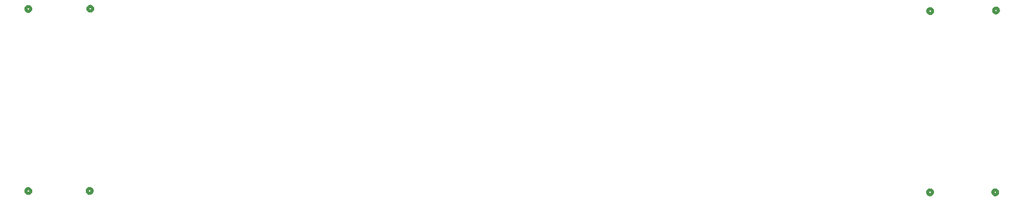
<source format=gbr>
G04 EAGLE Gerber RS-274X export*
G75*
%MOMM*%
%FSLAX34Y34*%
%LPD*%
%INSilkscreen Bottom*%
%IPPOS*%
%AMOC8*
5,1,8,0,0,1.08239X$1,22.5*%
G01*
%ADD10C,0.508000*%


D10*
X1584198Y1023874D02*
X1584076Y1023872D01*
X1583954Y1023866D01*
X1583832Y1023856D01*
X1583711Y1023843D01*
X1583590Y1023825D01*
X1583470Y1023804D01*
X1583350Y1023778D01*
X1583232Y1023749D01*
X1583114Y1023717D01*
X1582997Y1023680D01*
X1582882Y1023640D01*
X1582768Y1023596D01*
X1582656Y1023548D01*
X1582545Y1023497D01*
X1582436Y1023442D01*
X1582328Y1023384D01*
X1582223Y1023322D01*
X1582120Y1023257D01*
X1582018Y1023189D01*
X1581919Y1023117D01*
X1581823Y1023043D01*
X1581728Y1022965D01*
X1581637Y1022884D01*
X1581547Y1022801D01*
X1581461Y1022715D01*
X1581378Y1022625D01*
X1581297Y1022534D01*
X1581219Y1022439D01*
X1581145Y1022343D01*
X1581073Y1022244D01*
X1581005Y1022142D01*
X1580940Y1022039D01*
X1580878Y1021934D01*
X1580820Y1021826D01*
X1580765Y1021717D01*
X1580714Y1021606D01*
X1580666Y1021494D01*
X1580622Y1021380D01*
X1580582Y1021265D01*
X1580545Y1021148D01*
X1580513Y1021030D01*
X1580484Y1020912D01*
X1580458Y1020792D01*
X1580437Y1020672D01*
X1580419Y1020551D01*
X1580406Y1020430D01*
X1580396Y1020308D01*
X1580390Y1020186D01*
X1580388Y1020064D01*
X1580390Y1019942D01*
X1580396Y1019820D01*
X1580406Y1019698D01*
X1580419Y1019577D01*
X1580437Y1019456D01*
X1580458Y1019336D01*
X1580484Y1019216D01*
X1580513Y1019098D01*
X1580545Y1018980D01*
X1580582Y1018863D01*
X1580622Y1018748D01*
X1580666Y1018634D01*
X1580714Y1018522D01*
X1580765Y1018411D01*
X1580820Y1018302D01*
X1580878Y1018194D01*
X1580940Y1018089D01*
X1581005Y1017986D01*
X1581073Y1017884D01*
X1581145Y1017785D01*
X1581219Y1017689D01*
X1581297Y1017594D01*
X1581378Y1017503D01*
X1581461Y1017413D01*
X1581547Y1017327D01*
X1581637Y1017244D01*
X1581728Y1017163D01*
X1581823Y1017085D01*
X1581919Y1017011D01*
X1582018Y1016939D01*
X1582120Y1016871D01*
X1582223Y1016806D01*
X1582328Y1016744D01*
X1582436Y1016686D01*
X1582545Y1016631D01*
X1582656Y1016580D01*
X1582768Y1016532D01*
X1582882Y1016488D01*
X1582997Y1016448D01*
X1583114Y1016411D01*
X1583232Y1016379D01*
X1583350Y1016350D01*
X1583470Y1016324D01*
X1583590Y1016303D01*
X1583711Y1016285D01*
X1583832Y1016272D01*
X1583954Y1016262D01*
X1584076Y1016256D01*
X1584198Y1016254D01*
X1584320Y1016256D01*
X1584442Y1016262D01*
X1584564Y1016272D01*
X1584685Y1016285D01*
X1584806Y1016303D01*
X1584926Y1016324D01*
X1585046Y1016350D01*
X1585164Y1016379D01*
X1585282Y1016411D01*
X1585399Y1016448D01*
X1585514Y1016488D01*
X1585628Y1016532D01*
X1585740Y1016580D01*
X1585851Y1016631D01*
X1585960Y1016686D01*
X1586068Y1016744D01*
X1586173Y1016806D01*
X1586276Y1016871D01*
X1586378Y1016939D01*
X1586477Y1017011D01*
X1586573Y1017085D01*
X1586668Y1017163D01*
X1586759Y1017244D01*
X1586849Y1017327D01*
X1586935Y1017413D01*
X1587018Y1017503D01*
X1587099Y1017594D01*
X1587177Y1017689D01*
X1587251Y1017785D01*
X1587323Y1017884D01*
X1587391Y1017986D01*
X1587456Y1018089D01*
X1587518Y1018194D01*
X1587576Y1018302D01*
X1587631Y1018411D01*
X1587682Y1018522D01*
X1587730Y1018634D01*
X1587774Y1018748D01*
X1587814Y1018863D01*
X1587851Y1018980D01*
X1587883Y1019098D01*
X1587912Y1019216D01*
X1587938Y1019336D01*
X1587959Y1019456D01*
X1587977Y1019577D01*
X1587990Y1019698D01*
X1588000Y1019820D01*
X1588006Y1019942D01*
X1588008Y1020064D01*
X1588006Y1020186D01*
X1588000Y1020308D01*
X1587990Y1020430D01*
X1587977Y1020551D01*
X1587959Y1020672D01*
X1587938Y1020792D01*
X1587912Y1020912D01*
X1587883Y1021030D01*
X1587851Y1021148D01*
X1587814Y1021265D01*
X1587774Y1021380D01*
X1587730Y1021494D01*
X1587682Y1021606D01*
X1587631Y1021717D01*
X1587576Y1021826D01*
X1587518Y1021934D01*
X1587456Y1022039D01*
X1587391Y1022142D01*
X1587323Y1022244D01*
X1587251Y1022343D01*
X1587177Y1022439D01*
X1587099Y1022534D01*
X1587018Y1022625D01*
X1586935Y1022715D01*
X1586849Y1022801D01*
X1586759Y1022884D01*
X1586668Y1022965D01*
X1586573Y1023043D01*
X1586477Y1023117D01*
X1586378Y1023189D01*
X1586276Y1023257D01*
X1586173Y1023322D01*
X1586068Y1023384D01*
X1585960Y1023442D01*
X1585851Y1023497D01*
X1585740Y1023548D01*
X1585628Y1023596D01*
X1585514Y1023640D01*
X1585399Y1023680D01*
X1585282Y1023717D01*
X1585164Y1023749D01*
X1585046Y1023778D01*
X1584926Y1023804D01*
X1584806Y1023825D01*
X1584685Y1023843D01*
X1584564Y1023856D01*
X1584442Y1023866D01*
X1584320Y1023872D01*
X1584198Y1023874D01*
X1583944Y727710D02*
X1583822Y727708D01*
X1583700Y727702D01*
X1583578Y727692D01*
X1583457Y727679D01*
X1583336Y727661D01*
X1583216Y727640D01*
X1583096Y727614D01*
X1582978Y727585D01*
X1582860Y727553D01*
X1582743Y727516D01*
X1582628Y727476D01*
X1582514Y727432D01*
X1582402Y727384D01*
X1582291Y727333D01*
X1582182Y727278D01*
X1582074Y727220D01*
X1581969Y727158D01*
X1581866Y727093D01*
X1581764Y727025D01*
X1581665Y726953D01*
X1581569Y726879D01*
X1581474Y726801D01*
X1581383Y726720D01*
X1581293Y726637D01*
X1581207Y726551D01*
X1581124Y726461D01*
X1581043Y726370D01*
X1580965Y726275D01*
X1580891Y726179D01*
X1580819Y726080D01*
X1580751Y725978D01*
X1580686Y725875D01*
X1580624Y725770D01*
X1580566Y725662D01*
X1580511Y725553D01*
X1580460Y725442D01*
X1580412Y725330D01*
X1580368Y725216D01*
X1580328Y725101D01*
X1580291Y724984D01*
X1580259Y724866D01*
X1580230Y724748D01*
X1580204Y724628D01*
X1580183Y724508D01*
X1580165Y724387D01*
X1580152Y724266D01*
X1580142Y724144D01*
X1580136Y724022D01*
X1580134Y723900D01*
X1580136Y723778D01*
X1580142Y723656D01*
X1580152Y723534D01*
X1580165Y723413D01*
X1580183Y723292D01*
X1580204Y723172D01*
X1580230Y723052D01*
X1580259Y722934D01*
X1580291Y722816D01*
X1580328Y722699D01*
X1580368Y722584D01*
X1580412Y722470D01*
X1580460Y722358D01*
X1580511Y722247D01*
X1580566Y722138D01*
X1580624Y722030D01*
X1580686Y721925D01*
X1580751Y721822D01*
X1580819Y721720D01*
X1580891Y721621D01*
X1580965Y721525D01*
X1581043Y721430D01*
X1581124Y721339D01*
X1581207Y721249D01*
X1581293Y721163D01*
X1581383Y721080D01*
X1581474Y720999D01*
X1581569Y720921D01*
X1581665Y720847D01*
X1581764Y720775D01*
X1581866Y720707D01*
X1581969Y720642D01*
X1582074Y720580D01*
X1582182Y720522D01*
X1582291Y720467D01*
X1582402Y720416D01*
X1582514Y720368D01*
X1582628Y720324D01*
X1582743Y720284D01*
X1582860Y720247D01*
X1582978Y720215D01*
X1583096Y720186D01*
X1583216Y720160D01*
X1583336Y720139D01*
X1583457Y720121D01*
X1583578Y720108D01*
X1583700Y720098D01*
X1583822Y720092D01*
X1583944Y720090D01*
X1584066Y720092D01*
X1584188Y720098D01*
X1584310Y720108D01*
X1584431Y720121D01*
X1584552Y720139D01*
X1584672Y720160D01*
X1584792Y720186D01*
X1584910Y720215D01*
X1585028Y720247D01*
X1585145Y720284D01*
X1585260Y720324D01*
X1585374Y720368D01*
X1585486Y720416D01*
X1585597Y720467D01*
X1585706Y720522D01*
X1585814Y720580D01*
X1585919Y720642D01*
X1586022Y720707D01*
X1586124Y720775D01*
X1586223Y720847D01*
X1586319Y720921D01*
X1586414Y720999D01*
X1586505Y721080D01*
X1586595Y721163D01*
X1586681Y721249D01*
X1586764Y721339D01*
X1586845Y721430D01*
X1586923Y721525D01*
X1586997Y721621D01*
X1587069Y721720D01*
X1587137Y721822D01*
X1587202Y721925D01*
X1587264Y722030D01*
X1587322Y722138D01*
X1587377Y722247D01*
X1587428Y722358D01*
X1587476Y722470D01*
X1587520Y722584D01*
X1587560Y722699D01*
X1587597Y722816D01*
X1587629Y722934D01*
X1587658Y723052D01*
X1587684Y723172D01*
X1587705Y723292D01*
X1587723Y723413D01*
X1587736Y723534D01*
X1587746Y723656D01*
X1587752Y723778D01*
X1587754Y723900D01*
X1587752Y724022D01*
X1587746Y724144D01*
X1587736Y724266D01*
X1587723Y724387D01*
X1587705Y724508D01*
X1587684Y724628D01*
X1587658Y724748D01*
X1587629Y724866D01*
X1587597Y724984D01*
X1587560Y725101D01*
X1587520Y725216D01*
X1587476Y725330D01*
X1587428Y725442D01*
X1587377Y725553D01*
X1587322Y725662D01*
X1587264Y725770D01*
X1587202Y725875D01*
X1587137Y725978D01*
X1587069Y726080D01*
X1586997Y726179D01*
X1586923Y726275D01*
X1586845Y726370D01*
X1586764Y726461D01*
X1586681Y726551D01*
X1586595Y726637D01*
X1586505Y726720D01*
X1586414Y726801D01*
X1586319Y726879D01*
X1586223Y726953D01*
X1586124Y727025D01*
X1586022Y727093D01*
X1585919Y727158D01*
X1585814Y727220D01*
X1585706Y727278D01*
X1585597Y727333D01*
X1585486Y727384D01*
X1585374Y727432D01*
X1585260Y727476D01*
X1585145Y727516D01*
X1585028Y727553D01*
X1584910Y727585D01*
X1584792Y727614D01*
X1584672Y727640D01*
X1584552Y727661D01*
X1584431Y727679D01*
X1584310Y727692D01*
X1584188Y727702D01*
X1584066Y727708D01*
X1583944Y727710D01*
X1690116Y727710D02*
X1689994Y727708D01*
X1689872Y727702D01*
X1689750Y727692D01*
X1689629Y727679D01*
X1689508Y727661D01*
X1689388Y727640D01*
X1689268Y727614D01*
X1689150Y727585D01*
X1689032Y727553D01*
X1688915Y727516D01*
X1688800Y727476D01*
X1688686Y727432D01*
X1688574Y727384D01*
X1688463Y727333D01*
X1688354Y727278D01*
X1688246Y727220D01*
X1688141Y727158D01*
X1688038Y727093D01*
X1687936Y727025D01*
X1687837Y726953D01*
X1687741Y726879D01*
X1687646Y726801D01*
X1687555Y726720D01*
X1687465Y726637D01*
X1687379Y726551D01*
X1687296Y726461D01*
X1687215Y726370D01*
X1687137Y726275D01*
X1687063Y726179D01*
X1686991Y726080D01*
X1686923Y725978D01*
X1686858Y725875D01*
X1686796Y725770D01*
X1686738Y725662D01*
X1686683Y725553D01*
X1686632Y725442D01*
X1686584Y725330D01*
X1686540Y725216D01*
X1686500Y725101D01*
X1686463Y724984D01*
X1686431Y724866D01*
X1686402Y724748D01*
X1686376Y724628D01*
X1686355Y724508D01*
X1686337Y724387D01*
X1686324Y724266D01*
X1686314Y724144D01*
X1686308Y724022D01*
X1686306Y723900D01*
X1686308Y723778D01*
X1686314Y723656D01*
X1686324Y723534D01*
X1686337Y723413D01*
X1686355Y723292D01*
X1686376Y723172D01*
X1686402Y723052D01*
X1686431Y722934D01*
X1686463Y722816D01*
X1686500Y722699D01*
X1686540Y722584D01*
X1686584Y722470D01*
X1686632Y722358D01*
X1686683Y722247D01*
X1686738Y722138D01*
X1686796Y722030D01*
X1686858Y721925D01*
X1686923Y721822D01*
X1686991Y721720D01*
X1687063Y721621D01*
X1687137Y721525D01*
X1687215Y721430D01*
X1687296Y721339D01*
X1687379Y721249D01*
X1687465Y721163D01*
X1687555Y721080D01*
X1687646Y720999D01*
X1687741Y720921D01*
X1687837Y720847D01*
X1687936Y720775D01*
X1688038Y720707D01*
X1688141Y720642D01*
X1688246Y720580D01*
X1688354Y720522D01*
X1688463Y720467D01*
X1688574Y720416D01*
X1688686Y720368D01*
X1688800Y720324D01*
X1688915Y720284D01*
X1689032Y720247D01*
X1689150Y720215D01*
X1689268Y720186D01*
X1689388Y720160D01*
X1689508Y720139D01*
X1689629Y720121D01*
X1689750Y720108D01*
X1689872Y720098D01*
X1689994Y720092D01*
X1690116Y720090D01*
X1690238Y720092D01*
X1690360Y720098D01*
X1690482Y720108D01*
X1690603Y720121D01*
X1690724Y720139D01*
X1690844Y720160D01*
X1690964Y720186D01*
X1691082Y720215D01*
X1691200Y720247D01*
X1691317Y720284D01*
X1691432Y720324D01*
X1691546Y720368D01*
X1691658Y720416D01*
X1691769Y720467D01*
X1691878Y720522D01*
X1691986Y720580D01*
X1692091Y720642D01*
X1692194Y720707D01*
X1692296Y720775D01*
X1692395Y720847D01*
X1692491Y720921D01*
X1692586Y720999D01*
X1692677Y721080D01*
X1692767Y721163D01*
X1692853Y721249D01*
X1692936Y721339D01*
X1693017Y721430D01*
X1693095Y721525D01*
X1693169Y721621D01*
X1693241Y721720D01*
X1693309Y721822D01*
X1693374Y721925D01*
X1693436Y722030D01*
X1693494Y722138D01*
X1693549Y722247D01*
X1693600Y722358D01*
X1693648Y722470D01*
X1693692Y722584D01*
X1693732Y722699D01*
X1693769Y722816D01*
X1693801Y722934D01*
X1693830Y723052D01*
X1693856Y723172D01*
X1693877Y723292D01*
X1693895Y723413D01*
X1693908Y723534D01*
X1693918Y723656D01*
X1693924Y723778D01*
X1693926Y723900D01*
X1693924Y724022D01*
X1693918Y724144D01*
X1693908Y724266D01*
X1693895Y724387D01*
X1693877Y724508D01*
X1693856Y724628D01*
X1693830Y724748D01*
X1693801Y724866D01*
X1693769Y724984D01*
X1693732Y725101D01*
X1693692Y725216D01*
X1693648Y725330D01*
X1693600Y725442D01*
X1693549Y725553D01*
X1693494Y725662D01*
X1693436Y725770D01*
X1693374Y725875D01*
X1693309Y725978D01*
X1693241Y726080D01*
X1693169Y726179D01*
X1693095Y726275D01*
X1693017Y726370D01*
X1692936Y726461D01*
X1692853Y726551D01*
X1692767Y726637D01*
X1692677Y726720D01*
X1692586Y726801D01*
X1692491Y726879D01*
X1692395Y726953D01*
X1692296Y727025D01*
X1692194Y727093D01*
X1692091Y727158D01*
X1691986Y727220D01*
X1691878Y727278D01*
X1691769Y727333D01*
X1691658Y727384D01*
X1691546Y727432D01*
X1691432Y727476D01*
X1691317Y727516D01*
X1691200Y727553D01*
X1691082Y727585D01*
X1690964Y727614D01*
X1690844Y727640D01*
X1690724Y727661D01*
X1690603Y727679D01*
X1690482Y727692D01*
X1690360Y727702D01*
X1690238Y727708D01*
X1690116Y727710D01*
X1691132Y1017270D02*
X1691010Y1017272D01*
X1690888Y1017278D01*
X1690766Y1017288D01*
X1690645Y1017301D01*
X1690524Y1017319D01*
X1690404Y1017340D01*
X1690284Y1017366D01*
X1690166Y1017395D01*
X1690048Y1017427D01*
X1689931Y1017464D01*
X1689816Y1017504D01*
X1689702Y1017548D01*
X1689590Y1017596D01*
X1689479Y1017647D01*
X1689370Y1017702D01*
X1689262Y1017760D01*
X1689157Y1017822D01*
X1689054Y1017887D01*
X1688952Y1017955D01*
X1688853Y1018027D01*
X1688757Y1018101D01*
X1688662Y1018179D01*
X1688571Y1018260D01*
X1688481Y1018343D01*
X1688395Y1018429D01*
X1688312Y1018519D01*
X1688231Y1018610D01*
X1688153Y1018705D01*
X1688079Y1018801D01*
X1688007Y1018900D01*
X1687939Y1019002D01*
X1687874Y1019105D01*
X1687812Y1019210D01*
X1687754Y1019318D01*
X1687699Y1019427D01*
X1687648Y1019538D01*
X1687600Y1019650D01*
X1687556Y1019764D01*
X1687516Y1019879D01*
X1687479Y1019996D01*
X1687447Y1020114D01*
X1687418Y1020232D01*
X1687392Y1020352D01*
X1687371Y1020472D01*
X1687353Y1020593D01*
X1687340Y1020714D01*
X1687330Y1020836D01*
X1687324Y1020958D01*
X1687322Y1021080D01*
X1687324Y1021202D01*
X1687330Y1021324D01*
X1687340Y1021446D01*
X1687353Y1021567D01*
X1687371Y1021688D01*
X1687392Y1021808D01*
X1687418Y1021928D01*
X1687447Y1022046D01*
X1687479Y1022164D01*
X1687516Y1022281D01*
X1687556Y1022396D01*
X1687600Y1022510D01*
X1687648Y1022622D01*
X1687699Y1022733D01*
X1687754Y1022842D01*
X1687812Y1022950D01*
X1687874Y1023055D01*
X1687939Y1023158D01*
X1688007Y1023260D01*
X1688079Y1023359D01*
X1688153Y1023455D01*
X1688231Y1023550D01*
X1688312Y1023641D01*
X1688395Y1023731D01*
X1688481Y1023817D01*
X1688571Y1023900D01*
X1688662Y1023981D01*
X1688757Y1024059D01*
X1688853Y1024133D01*
X1688952Y1024205D01*
X1689054Y1024273D01*
X1689157Y1024338D01*
X1689262Y1024400D01*
X1689370Y1024458D01*
X1689479Y1024513D01*
X1689590Y1024564D01*
X1689702Y1024612D01*
X1689816Y1024656D01*
X1689931Y1024696D01*
X1690048Y1024733D01*
X1690166Y1024765D01*
X1690284Y1024794D01*
X1690404Y1024820D01*
X1690524Y1024841D01*
X1690645Y1024859D01*
X1690766Y1024872D01*
X1690888Y1024882D01*
X1691010Y1024888D01*
X1691132Y1024890D01*
X1691254Y1024888D01*
X1691376Y1024882D01*
X1691498Y1024872D01*
X1691619Y1024859D01*
X1691740Y1024841D01*
X1691860Y1024820D01*
X1691980Y1024794D01*
X1692098Y1024765D01*
X1692216Y1024733D01*
X1692333Y1024696D01*
X1692448Y1024656D01*
X1692562Y1024612D01*
X1692674Y1024564D01*
X1692785Y1024513D01*
X1692894Y1024458D01*
X1693002Y1024400D01*
X1693107Y1024338D01*
X1693210Y1024273D01*
X1693312Y1024205D01*
X1693411Y1024133D01*
X1693507Y1024059D01*
X1693602Y1023981D01*
X1693693Y1023900D01*
X1693783Y1023817D01*
X1693869Y1023731D01*
X1693952Y1023641D01*
X1694033Y1023550D01*
X1694111Y1023455D01*
X1694185Y1023359D01*
X1694257Y1023260D01*
X1694325Y1023158D01*
X1694390Y1023055D01*
X1694452Y1022950D01*
X1694510Y1022842D01*
X1694565Y1022733D01*
X1694616Y1022622D01*
X1694664Y1022510D01*
X1694708Y1022396D01*
X1694748Y1022281D01*
X1694785Y1022164D01*
X1694817Y1022046D01*
X1694846Y1021928D01*
X1694872Y1021808D01*
X1694893Y1021688D01*
X1694911Y1021567D01*
X1694924Y1021446D01*
X1694934Y1021324D01*
X1694940Y1021202D01*
X1694942Y1021080D01*
X1694940Y1020958D01*
X1694934Y1020836D01*
X1694924Y1020714D01*
X1694911Y1020593D01*
X1694893Y1020472D01*
X1694872Y1020352D01*
X1694846Y1020232D01*
X1694817Y1020114D01*
X1694785Y1019996D01*
X1694748Y1019879D01*
X1694708Y1019764D01*
X1694664Y1019650D01*
X1694616Y1019538D01*
X1694565Y1019427D01*
X1694510Y1019318D01*
X1694452Y1019210D01*
X1694390Y1019105D01*
X1694325Y1019002D01*
X1694257Y1018900D01*
X1694185Y1018801D01*
X1694111Y1018705D01*
X1694033Y1018610D01*
X1693952Y1018519D01*
X1693869Y1018429D01*
X1693783Y1018343D01*
X1693693Y1018260D01*
X1693602Y1018179D01*
X1693507Y1018101D01*
X1693411Y1018027D01*
X1693312Y1017955D01*
X1693210Y1017887D01*
X1693107Y1017822D01*
X1693002Y1017760D01*
X1692894Y1017702D01*
X1692785Y1017647D01*
X1692674Y1017596D01*
X1692562Y1017548D01*
X1692448Y1017504D01*
X1692333Y1017464D01*
X1692216Y1017427D01*
X1692098Y1017395D01*
X1691980Y1017366D01*
X1691860Y1017340D01*
X1691740Y1017319D01*
X1691619Y1017301D01*
X1691498Y1017288D01*
X1691376Y1017278D01*
X1691254Y1017272D01*
X1691132Y1017270D01*
X216408Y729996D02*
X216286Y729994D01*
X216164Y729988D01*
X216042Y729978D01*
X215921Y729965D01*
X215800Y729947D01*
X215680Y729926D01*
X215560Y729900D01*
X215442Y729871D01*
X215324Y729839D01*
X215207Y729802D01*
X215092Y729762D01*
X214978Y729718D01*
X214866Y729670D01*
X214755Y729619D01*
X214646Y729564D01*
X214538Y729506D01*
X214433Y729444D01*
X214330Y729379D01*
X214228Y729311D01*
X214129Y729239D01*
X214033Y729165D01*
X213938Y729087D01*
X213847Y729006D01*
X213757Y728923D01*
X213671Y728837D01*
X213588Y728747D01*
X213507Y728656D01*
X213429Y728561D01*
X213355Y728465D01*
X213283Y728366D01*
X213215Y728264D01*
X213150Y728161D01*
X213088Y728056D01*
X213030Y727948D01*
X212975Y727839D01*
X212924Y727728D01*
X212876Y727616D01*
X212832Y727502D01*
X212792Y727387D01*
X212755Y727270D01*
X212723Y727152D01*
X212694Y727034D01*
X212668Y726914D01*
X212647Y726794D01*
X212629Y726673D01*
X212616Y726552D01*
X212606Y726430D01*
X212600Y726308D01*
X212598Y726186D01*
X212600Y726064D01*
X212606Y725942D01*
X212616Y725820D01*
X212629Y725699D01*
X212647Y725578D01*
X212668Y725458D01*
X212694Y725338D01*
X212723Y725220D01*
X212755Y725102D01*
X212792Y724985D01*
X212832Y724870D01*
X212876Y724756D01*
X212924Y724644D01*
X212975Y724533D01*
X213030Y724424D01*
X213088Y724316D01*
X213150Y724211D01*
X213215Y724108D01*
X213283Y724006D01*
X213355Y723907D01*
X213429Y723811D01*
X213507Y723716D01*
X213588Y723625D01*
X213671Y723535D01*
X213757Y723449D01*
X213847Y723366D01*
X213938Y723285D01*
X214033Y723207D01*
X214129Y723133D01*
X214228Y723061D01*
X214330Y722993D01*
X214433Y722928D01*
X214538Y722866D01*
X214646Y722808D01*
X214755Y722753D01*
X214866Y722702D01*
X214978Y722654D01*
X215092Y722610D01*
X215207Y722570D01*
X215324Y722533D01*
X215442Y722501D01*
X215560Y722472D01*
X215680Y722446D01*
X215800Y722425D01*
X215921Y722407D01*
X216042Y722394D01*
X216164Y722384D01*
X216286Y722378D01*
X216408Y722376D01*
X216530Y722378D01*
X216652Y722384D01*
X216774Y722394D01*
X216895Y722407D01*
X217016Y722425D01*
X217136Y722446D01*
X217256Y722472D01*
X217374Y722501D01*
X217492Y722533D01*
X217609Y722570D01*
X217724Y722610D01*
X217838Y722654D01*
X217950Y722702D01*
X218061Y722753D01*
X218170Y722808D01*
X218278Y722866D01*
X218383Y722928D01*
X218486Y722993D01*
X218588Y723061D01*
X218687Y723133D01*
X218783Y723207D01*
X218878Y723285D01*
X218969Y723366D01*
X219059Y723449D01*
X219145Y723535D01*
X219228Y723625D01*
X219309Y723716D01*
X219387Y723811D01*
X219461Y723907D01*
X219533Y724006D01*
X219601Y724108D01*
X219666Y724211D01*
X219728Y724316D01*
X219786Y724424D01*
X219841Y724533D01*
X219892Y724644D01*
X219940Y724756D01*
X219984Y724870D01*
X220024Y724985D01*
X220061Y725102D01*
X220093Y725220D01*
X220122Y725338D01*
X220148Y725458D01*
X220169Y725578D01*
X220187Y725699D01*
X220200Y725820D01*
X220210Y725942D01*
X220216Y726064D01*
X220218Y726186D01*
X220216Y726308D01*
X220210Y726430D01*
X220200Y726552D01*
X220187Y726673D01*
X220169Y726794D01*
X220148Y726914D01*
X220122Y727034D01*
X220093Y727152D01*
X220061Y727270D01*
X220024Y727387D01*
X219984Y727502D01*
X219940Y727616D01*
X219892Y727728D01*
X219841Y727839D01*
X219786Y727948D01*
X219728Y728056D01*
X219666Y728161D01*
X219601Y728264D01*
X219533Y728366D01*
X219461Y728465D01*
X219387Y728561D01*
X219309Y728656D01*
X219228Y728747D01*
X219145Y728837D01*
X219059Y728923D01*
X218969Y729006D01*
X218878Y729087D01*
X218783Y729165D01*
X218687Y729239D01*
X218588Y729311D01*
X218486Y729379D01*
X218383Y729444D01*
X218278Y729506D01*
X218170Y729564D01*
X218061Y729619D01*
X217950Y729670D01*
X217838Y729718D01*
X217724Y729762D01*
X217609Y729802D01*
X217492Y729839D01*
X217374Y729871D01*
X217256Y729900D01*
X217136Y729926D01*
X217016Y729947D01*
X216895Y729965D01*
X216774Y729978D01*
X216652Y729988D01*
X216530Y729994D01*
X216408Y729996D01*
X217424Y1020064D02*
X217302Y1020066D01*
X217180Y1020072D01*
X217058Y1020082D01*
X216937Y1020095D01*
X216816Y1020113D01*
X216696Y1020134D01*
X216576Y1020160D01*
X216458Y1020189D01*
X216340Y1020221D01*
X216223Y1020258D01*
X216108Y1020298D01*
X215994Y1020342D01*
X215882Y1020390D01*
X215771Y1020441D01*
X215662Y1020496D01*
X215554Y1020554D01*
X215449Y1020616D01*
X215346Y1020681D01*
X215244Y1020749D01*
X215145Y1020821D01*
X215049Y1020895D01*
X214954Y1020973D01*
X214863Y1021054D01*
X214773Y1021137D01*
X214687Y1021223D01*
X214604Y1021313D01*
X214523Y1021404D01*
X214445Y1021499D01*
X214371Y1021595D01*
X214299Y1021694D01*
X214231Y1021796D01*
X214166Y1021899D01*
X214104Y1022004D01*
X214046Y1022112D01*
X213991Y1022221D01*
X213940Y1022332D01*
X213892Y1022444D01*
X213848Y1022558D01*
X213808Y1022673D01*
X213771Y1022790D01*
X213739Y1022908D01*
X213710Y1023026D01*
X213684Y1023146D01*
X213663Y1023266D01*
X213645Y1023387D01*
X213632Y1023508D01*
X213622Y1023630D01*
X213616Y1023752D01*
X213614Y1023874D01*
X213616Y1023996D01*
X213622Y1024118D01*
X213632Y1024240D01*
X213645Y1024361D01*
X213663Y1024482D01*
X213684Y1024602D01*
X213710Y1024722D01*
X213739Y1024840D01*
X213771Y1024958D01*
X213808Y1025075D01*
X213848Y1025190D01*
X213892Y1025304D01*
X213940Y1025416D01*
X213991Y1025527D01*
X214046Y1025636D01*
X214104Y1025744D01*
X214166Y1025849D01*
X214231Y1025952D01*
X214299Y1026054D01*
X214371Y1026153D01*
X214445Y1026249D01*
X214523Y1026344D01*
X214604Y1026435D01*
X214687Y1026525D01*
X214773Y1026611D01*
X214863Y1026694D01*
X214954Y1026775D01*
X215049Y1026853D01*
X215145Y1026927D01*
X215244Y1026999D01*
X215346Y1027067D01*
X215449Y1027132D01*
X215554Y1027194D01*
X215662Y1027252D01*
X215771Y1027307D01*
X215882Y1027358D01*
X215994Y1027406D01*
X216108Y1027450D01*
X216223Y1027490D01*
X216340Y1027527D01*
X216458Y1027559D01*
X216576Y1027588D01*
X216696Y1027614D01*
X216816Y1027635D01*
X216937Y1027653D01*
X217058Y1027666D01*
X217180Y1027676D01*
X217302Y1027682D01*
X217424Y1027684D01*
X217546Y1027682D01*
X217668Y1027676D01*
X217790Y1027666D01*
X217911Y1027653D01*
X218032Y1027635D01*
X218152Y1027614D01*
X218272Y1027588D01*
X218390Y1027559D01*
X218508Y1027527D01*
X218625Y1027490D01*
X218740Y1027450D01*
X218854Y1027406D01*
X218966Y1027358D01*
X219077Y1027307D01*
X219186Y1027252D01*
X219294Y1027194D01*
X219399Y1027132D01*
X219502Y1027067D01*
X219604Y1026999D01*
X219703Y1026927D01*
X219799Y1026853D01*
X219894Y1026775D01*
X219985Y1026694D01*
X220075Y1026611D01*
X220161Y1026525D01*
X220244Y1026435D01*
X220325Y1026344D01*
X220403Y1026249D01*
X220477Y1026153D01*
X220549Y1026054D01*
X220617Y1025952D01*
X220682Y1025849D01*
X220744Y1025744D01*
X220802Y1025636D01*
X220857Y1025527D01*
X220908Y1025416D01*
X220956Y1025304D01*
X221000Y1025190D01*
X221040Y1025075D01*
X221077Y1024958D01*
X221109Y1024840D01*
X221138Y1024722D01*
X221164Y1024602D01*
X221185Y1024482D01*
X221203Y1024361D01*
X221216Y1024240D01*
X221226Y1024118D01*
X221232Y1023996D01*
X221234Y1023874D01*
X221232Y1023752D01*
X221226Y1023630D01*
X221216Y1023508D01*
X221203Y1023387D01*
X221185Y1023266D01*
X221164Y1023146D01*
X221138Y1023026D01*
X221109Y1022908D01*
X221077Y1022790D01*
X221040Y1022673D01*
X221000Y1022558D01*
X220956Y1022444D01*
X220908Y1022332D01*
X220857Y1022221D01*
X220802Y1022112D01*
X220744Y1022004D01*
X220682Y1021899D01*
X220617Y1021796D01*
X220549Y1021694D01*
X220477Y1021595D01*
X220403Y1021499D01*
X220325Y1021404D01*
X220244Y1021313D01*
X220161Y1021223D01*
X220075Y1021137D01*
X219985Y1021054D01*
X219894Y1020973D01*
X219799Y1020895D01*
X219703Y1020821D01*
X219604Y1020749D01*
X219502Y1020681D01*
X219399Y1020616D01*
X219294Y1020554D01*
X219186Y1020496D01*
X219077Y1020441D01*
X218966Y1020390D01*
X218854Y1020342D01*
X218740Y1020298D01*
X218625Y1020258D01*
X218508Y1020221D01*
X218390Y1020189D01*
X218272Y1020160D01*
X218152Y1020134D01*
X218032Y1020113D01*
X217911Y1020095D01*
X217790Y1020082D01*
X217668Y1020072D01*
X217546Y1020066D01*
X217424Y1020064D01*
X116586Y1019810D02*
X116464Y1019812D01*
X116342Y1019818D01*
X116220Y1019828D01*
X116099Y1019841D01*
X115978Y1019859D01*
X115858Y1019880D01*
X115738Y1019906D01*
X115620Y1019935D01*
X115502Y1019967D01*
X115385Y1020004D01*
X115270Y1020044D01*
X115156Y1020088D01*
X115044Y1020136D01*
X114933Y1020187D01*
X114824Y1020242D01*
X114716Y1020300D01*
X114611Y1020362D01*
X114508Y1020427D01*
X114406Y1020495D01*
X114307Y1020567D01*
X114211Y1020641D01*
X114116Y1020719D01*
X114025Y1020800D01*
X113935Y1020883D01*
X113849Y1020969D01*
X113766Y1021059D01*
X113685Y1021150D01*
X113607Y1021245D01*
X113533Y1021341D01*
X113461Y1021440D01*
X113393Y1021542D01*
X113328Y1021645D01*
X113266Y1021750D01*
X113208Y1021858D01*
X113153Y1021967D01*
X113102Y1022078D01*
X113054Y1022190D01*
X113010Y1022304D01*
X112970Y1022419D01*
X112933Y1022536D01*
X112901Y1022654D01*
X112872Y1022772D01*
X112846Y1022892D01*
X112825Y1023012D01*
X112807Y1023133D01*
X112794Y1023254D01*
X112784Y1023376D01*
X112778Y1023498D01*
X112776Y1023620D01*
X112778Y1023742D01*
X112784Y1023864D01*
X112794Y1023986D01*
X112807Y1024107D01*
X112825Y1024228D01*
X112846Y1024348D01*
X112872Y1024468D01*
X112901Y1024586D01*
X112933Y1024704D01*
X112970Y1024821D01*
X113010Y1024936D01*
X113054Y1025050D01*
X113102Y1025162D01*
X113153Y1025273D01*
X113208Y1025382D01*
X113266Y1025490D01*
X113328Y1025595D01*
X113393Y1025698D01*
X113461Y1025800D01*
X113533Y1025899D01*
X113607Y1025995D01*
X113685Y1026090D01*
X113766Y1026181D01*
X113849Y1026271D01*
X113935Y1026357D01*
X114025Y1026440D01*
X114116Y1026521D01*
X114211Y1026599D01*
X114307Y1026673D01*
X114406Y1026745D01*
X114508Y1026813D01*
X114611Y1026878D01*
X114716Y1026940D01*
X114824Y1026998D01*
X114933Y1027053D01*
X115044Y1027104D01*
X115156Y1027152D01*
X115270Y1027196D01*
X115385Y1027236D01*
X115502Y1027273D01*
X115620Y1027305D01*
X115738Y1027334D01*
X115858Y1027360D01*
X115978Y1027381D01*
X116099Y1027399D01*
X116220Y1027412D01*
X116342Y1027422D01*
X116464Y1027428D01*
X116586Y1027430D01*
X116708Y1027428D01*
X116830Y1027422D01*
X116952Y1027412D01*
X117073Y1027399D01*
X117194Y1027381D01*
X117314Y1027360D01*
X117434Y1027334D01*
X117552Y1027305D01*
X117670Y1027273D01*
X117787Y1027236D01*
X117902Y1027196D01*
X118016Y1027152D01*
X118128Y1027104D01*
X118239Y1027053D01*
X118348Y1026998D01*
X118456Y1026940D01*
X118561Y1026878D01*
X118664Y1026813D01*
X118766Y1026745D01*
X118865Y1026673D01*
X118961Y1026599D01*
X119056Y1026521D01*
X119147Y1026440D01*
X119237Y1026357D01*
X119323Y1026271D01*
X119406Y1026181D01*
X119487Y1026090D01*
X119565Y1025995D01*
X119639Y1025899D01*
X119711Y1025800D01*
X119779Y1025698D01*
X119844Y1025595D01*
X119906Y1025490D01*
X119964Y1025382D01*
X120019Y1025273D01*
X120070Y1025162D01*
X120118Y1025050D01*
X120162Y1024936D01*
X120202Y1024821D01*
X120239Y1024704D01*
X120271Y1024586D01*
X120300Y1024468D01*
X120326Y1024348D01*
X120347Y1024228D01*
X120365Y1024107D01*
X120378Y1023986D01*
X120388Y1023864D01*
X120394Y1023742D01*
X120396Y1023620D01*
X120394Y1023498D01*
X120388Y1023376D01*
X120378Y1023254D01*
X120365Y1023133D01*
X120347Y1023012D01*
X120326Y1022892D01*
X120300Y1022772D01*
X120271Y1022654D01*
X120239Y1022536D01*
X120202Y1022419D01*
X120162Y1022304D01*
X120118Y1022190D01*
X120070Y1022078D01*
X120019Y1021967D01*
X119964Y1021858D01*
X119906Y1021750D01*
X119844Y1021645D01*
X119779Y1021542D01*
X119711Y1021440D01*
X119639Y1021341D01*
X119565Y1021245D01*
X119487Y1021150D01*
X119406Y1021059D01*
X119323Y1020969D01*
X119237Y1020883D01*
X119147Y1020800D01*
X119056Y1020719D01*
X118961Y1020641D01*
X118865Y1020567D01*
X118766Y1020495D01*
X118664Y1020427D01*
X118561Y1020362D01*
X118456Y1020300D01*
X118348Y1020242D01*
X118239Y1020187D01*
X118128Y1020136D01*
X118016Y1020088D01*
X117902Y1020044D01*
X117787Y1020004D01*
X117670Y1019967D01*
X117552Y1019935D01*
X117434Y1019906D01*
X117314Y1019880D01*
X117194Y1019859D01*
X117073Y1019841D01*
X116952Y1019828D01*
X116830Y1019818D01*
X116708Y1019812D01*
X116586Y1019810D01*
X116586Y729742D02*
X116464Y729740D01*
X116342Y729734D01*
X116220Y729724D01*
X116099Y729711D01*
X115978Y729693D01*
X115858Y729672D01*
X115738Y729646D01*
X115620Y729617D01*
X115502Y729585D01*
X115385Y729548D01*
X115270Y729508D01*
X115156Y729464D01*
X115044Y729416D01*
X114933Y729365D01*
X114824Y729310D01*
X114716Y729252D01*
X114611Y729190D01*
X114508Y729125D01*
X114406Y729057D01*
X114307Y728985D01*
X114211Y728911D01*
X114116Y728833D01*
X114025Y728752D01*
X113935Y728669D01*
X113849Y728583D01*
X113766Y728493D01*
X113685Y728402D01*
X113607Y728307D01*
X113533Y728211D01*
X113461Y728112D01*
X113393Y728010D01*
X113328Y727907D01*
X113266Y727802D01*
X113208Y727694D01*
X113153Y727585D01*
X113102Y727474D01*
X113054Y727362D01*
X113010Y727248D01*
X112970Y727133D01*
X112933Y727016D01*
X112901Y726898D01*
X112872Y726780D01*
X112846Y726660D01*
X112825Y726540D01*
X112807Y726419D01*
X112794Y726298D01*
X112784Y726176D01*
X112778Y726054D01*
X112776Y725932D01*
X112778Y725810D01*
X112784Y725688D01*
X112794Y725566D01*
X112807Y725445D01*
X112825Y725324D01*
X112846Y725204D01*
X112872Y725084D01*
X112901Y724966D01*
X112933Y724848D01*
X112970Y724731D01*
X113010Y724616D01*
X113054Y724502D01*
X113102Y724390D01*
X113153Y724279D01*
X113208Y724170D01*
X113266Y724062D01*
X113328Y723957D01*
X113393Y723854D01*
X113461Y723752D01*
X113533Y723653D01*
X113607Y723557D01*
X113685Y723462D01*
X113766Y723371D01*
X113849Y723281D01*
X113935Y723195D01*
X114025Y723112D01*
X114116Y723031D01*
X114211Y722953D01*
X114307Y722879D01*
X114406Y722807D01*
X114508Y722739D01*
X114611Y722674D01*
X114716Y722612D01*
X114824Y722554D01*
X114933Y722499D01*
X115044Y722448D01*
X115156Y722400D01*
X115270Y722356D01*
X115385Y722316D01*
X115502Y722279D01*
X115620Y722247D01*
X115738Y722218D01*
X115858Y722192D01*
X115978Y722171D01*
X116099Y722153D01*
X116220Y722140D01*
X116342Y722130D01*
X116464Y722124D01*
X116586Y722122D01*
X116708Y722124D01*
X116830Y722130D01*
X116952Y722140D01*
X117073Y722153D01*
X117194Y722171D01*
X117314Y722192D01*
X117434Y722218D01*
X117552Y722247D01*
X117670Y722279D01*
X117787Y722316D01*
X117902Y722356D01*
X118016Y722400D01*
X118128Y722448D01*
X118239Y722499D01*
X118348Y722554D01*
X118456Y722612D01*
X118561Y722674D01*
X118664Y722739D01*
X118766Y722807D01*
X118865Y722879D01*
X118961Y722953D01*
X119056Y723031D01*
X119147Y723112D01*
X119237Y723195D01*
X119323Y723281D01*
X119406Y723371D01*
X119487Y723462D01*
X119565Y723557D01*
X119639Y723653D01*
X119711Y723752D01*
X119779Y723854D01*
X119844Y723957D01*
X119906Y724062D01*
X119964Y724170D01*
X120019Y724279D01*
X120070Y724390D01*
X120118Y724502D01*
X120162Y724616D01*
X120202Y724731D01*
X120239Y724848D01*
X120271Y724966D01*
X120300Y725084D01*
X120326Y725204D01*
X120347Y725324D01*
X120365Y725445D01*
X120378Y725566D01*
X120388Y725688D01*
X120394Y725810D01*
X120396Y725932D01*
X120394Y726054D01*
X120388Y726176D01*
X120378Y726298D01*
X120365Y726419D01*
X120347Y726540D01*
X120326Y726660D01*
X120300Y726780D01*
X120271Y726898D01*
X120239Y727016D01*
X120202Y727133D01*
X120162Y727248D01*
X120118Y727362D01*
X120070Y727474D01*
X120019Y727585D01*
X119964Y727694D01*
X119906Y727802D01*
X119844Y727907D01*
X119779Y728010D01*
X119711Y728112D01*
X119639Y728211D01*
X119565Y728307D01*
X119487Y728402D01*
X119406Y728493D01*
X119323Y728583D01*
X119237Y728669D01*
X119147Y728752D01*
X119056Y728833D01*
X118961Y728911D01*
X118865Y728985D01*
X118766Y729057D01*
X118664Y729125D01*
X118561Y729190D01*
X118456Y729252D01*
X118348Y729310D01*
X118239Y729365D01*
X118128Y729416D01*
X118016Y729464D01*
X117902Y729508D01*
X117787Y729548D01*
X117670Y729585D01*
X117552Y729617D01*
X117434Y729646D01*
X117314Y729672D01*
X117194Y729693D01*
X117073Y729711D01*
X116952Y729724D01*
X116830Y729734D01*
X116708Y729740D01*
X116586Y729742D01*
M02*

</source>
